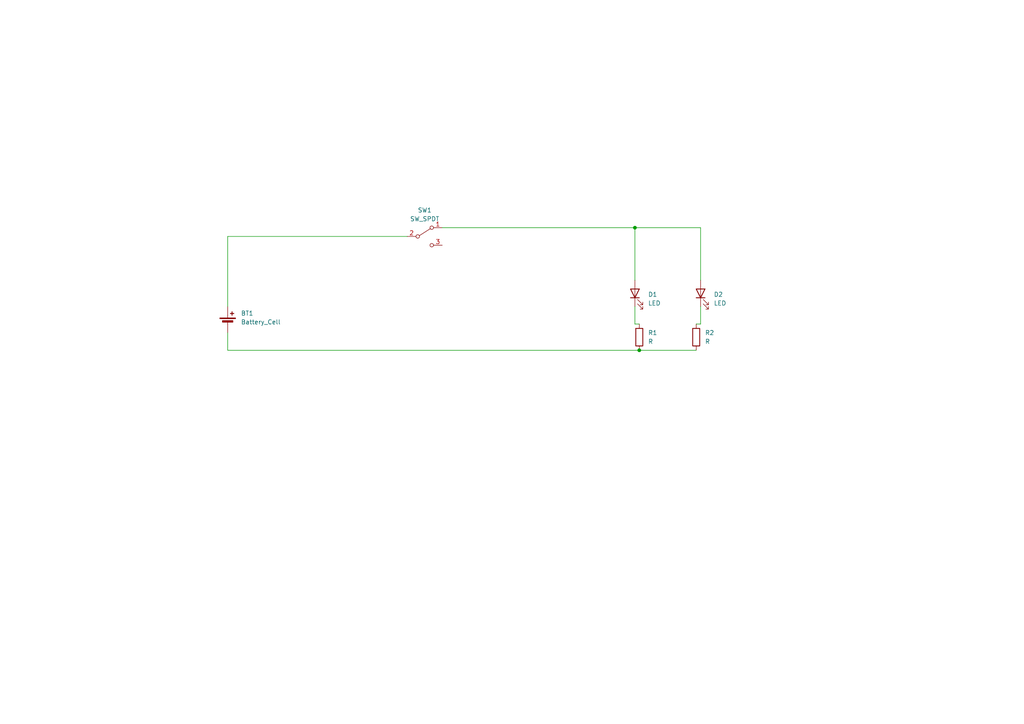
<source format=kicad_sch>
(kicad_sch (version 20230121) (generator eeschema)
  (paper "A4")
  (lib_symbols
    (symbol "Device:Battery_Cell" (pin_numbers hide) (pin_names (offset 0) hide)
      (property "Reference" "BT" (at 2.54 2.54 0))
      (property "Value" "Battery_Cell" (at 2.54 0 0))
      (symbol "Battery_Cell_0_1"
        (rectangle (start -2.286 1.778) (end 2.286 1.524) (fill (type outline)))
        (rectangle (start -1.524 1.016) (end 1.524 0.508) (fill (type outline)))
        (polyline (pts (xy 0 0.762) (xy 0 0)))
        (polyline (pts (xy 0 1.778) (xy 0 2.54)))
        (polyline (pts (xy 0.762 3.048) (xy 1.778 3.048)) (stroke (width 0.254)))
        (polyline (pts (xy 1.27 3.556) (xy 1.27 2.54)) (stroke (width 0.254)))
      )
      (symbol "Battery_Cell_1_1"
        (pin passive line (at 0 5.08 270) (length 2.54) (name "+") (number "1"))
        (pin passive line (at 0 -2.54 90) (length 2.54) (name "-") (number "2"))
      )
    )
    (symbol "Device:LED" (pin_numbers hide) (pin_names (offset 1.016) hide)
      (property "Reference" "D" (at 0 2.54 0))
      (property "Value" "LED" (at 0 -2.54 0))
      (symbol "LED_0_1"
        (polyline (pts (xy -1.27 -1.27) (xy -1.27 1.27)) (stroke (width 0.254)))
        (polyline (pts (xy -1.27 0) (xy 1.27 0)))
        (polyline (pts (xy 1.27 -1.27) (xy 1.27 1.27) (xy -1.27 0) (xy 1.27 -1.27)) (stroke (width 0.254)))
        (polyline (pts (xy -3.048 -0.762) (xy -4.572 -2.286) (xy -3.81 -2.286) (xy -4.572 -2.286) (xy -4.572 -1.524)))
        (polyline (pts (xy -1.778 -0.762) (xy -3.302 -2.286) (xy -2.54 -2.286) (xy -3.302 -2.286) (xy -3.302 -1.524)))
      )
      (symbol "LED_1_1"
        (pin passive line (at -3.81 0 0) (length 2.54) (name "K") (number "1"))
        (pin passive line (at 3.81 0 180) (length 2.54) (name "A") (number "2"))
      )
    )
    (symbol "Device:R" (pin_numbers hide) (pin_names (offset 0))
      (property "Reference" "R" (at 2.032 0 90))
      (property "Value" "R" (at 0 0 90))
      (symbol "R_0_1"
        (rectangle (start -1.016 -2.54) (end 1.016 2.54) (stroke (width 0.254)))
      )
      (symbol "R_1_1"
        (pin passive line (at 0 3.81 270) (length 1.27) (name "~") (number "1"))
        (pin passive line (at 0 -3.81 90) (length 1.27) (name "~") (number "2"))
      )
    )
    (symbol "Switch:SW_SPDT" (pin_names (offset 0) hide)
      (property "Reference" "SW" (at 0 4.318 0))
      (property "Value" "SW_SPDT" (at 0 -5.08 0))
      (symbol "SW_SPDT_0_0"
        (circle (center -2.032 0) (radius 0.508))
        (circle (center 2.032 -2.54) (radius 0.508))
      )
      (symbol "SW_SPDT_0_1"
        (polyline (pts (xy -1.524 0.254) (xy 1.651 2.286)))
        (circle (center 2.032 2.54) (radius 0.508))
      )
      (symbol "SW_SPDT_1_1"
        (pin passive line (at 5.08 2.54 180) (length 2.54) (name "A") (number "1"))
        (pin passive line (at -5.08 0 0) (length 2.54) (name "B") (number "2"))
        (pin passive line (at 5.08 -2.54 180) (length 2.54) (name "C") (number "3"))
      )
    )
  )
  (junction (at 184.15 66.04))
  (junction (at 185.42 101.6))
  (wire (pts (xy 184.15 66.04) (xy 203.2 66.04)))
  (wire (pts (xy 203.2 88.9) (xy 203.2 93.98)))
  (wire (pts (xy 203.2 66.04) (xy 203.2 81.28)))
  (wire (pts (xy 185.42 101.6) (xy 66.04 101.6)))
  (wire (pts (xy 128.27 66.04) (xy 184.15 66.04)))
  (wire (pts (xy 66.04 68.58) (xy 118.11 68.58)))
  (wire (pts (xy 184.15 88.9) (xy 184.15 93.98)))
  (wire (pts (xy 66.04 101.6) (xy 66.04 96.52)))
  (wire (pts (xy 184.15 93.98) (xy 185.42 93.98)))
  (wire (pts (xy 203.2 93.98) (xy 201.93 93.98)))
  (wire (pts (xy 185.42 101.6) (xy 201.93 101.6)))
  (wire (pts (xy 184.15 66.04) (xy 184.15 81.28)))
  (wire (pts (xy 66.04 88.9) (xy 66.04 68.58)))
  (symbol (lib_id "Switch:SW_SPDT") (at 123.19 68.58 0) (unit 1)
    (property "Reference" "SW1" (at 123.19 60.96 0))
    (property "Value" "SW_SPDT" (at 123.19 63.5 0))
    (property "Footprint" "Connector_PinSocket_2.54mm:PinSocket_1x03_P2.54mm_Vertical" (effects hide))
  )
  (symbol (lib_id "Device:R") (at 201.93 97.79 0) (unit 1)
    (property "Reference" "R2" (at 204.47 96.52 0) (effects (justify left)))
    (property "Value" "R" (at 204.47 99.06 0) (effects (justify left)))
    (property "Footprint" "Resistor_SMD:R_0805_2012Metric" (effects hide))
  )
  (symbol (lib_id "Device:R") (at 185.42 97.79 0) (unit 1)
    (property "Reference" "R1" (at 187.96 96.52 0) (effects (justify left)))
    (property "Value" "R" (at 187.96 99.06 0) (effects (justify left)))
    (property "Footprint" "Resistor_SMD:R_0805_2012Metric" (effects hide))
  )
  (symbol (lib_id "Device:Battery_Cell") (at 66.04 93.98 0) (unit 1)
    (property "Reference" "BT1" (at 69.85 90.8685 0) (effects (justify left)))
    (property "Value" "Battery_Cell" (at 69.85 93.4085 0) (effects (justify left)))
    (property "Footprint" "personal:cr2032" (effects hide))
  )
  (symbol (lib_id "Device:LED") (at 184.15 85.09 90) (unit 1)
    (property "Reference" "D1" (at 187.96 85.4075 90) (effects (justify right)))
    (property "Value" "LED" (at 187.96 87.9475 90) (effects (justify right)))
    (property "Footprint" "LED_THT:LED_D5.0mm" (effects hide))
  )
  (symbol (lib_id "Device:LED") (at 203.2 85.09 90) (unit 1)
    (property "Reference" "D2" (at 207.01 85.4075 90) (effects (justify right)))
    (property "Value" "LED" (at 207.01 87.9475 90) (effects (justify right)))
    (property "Footprint" "LED_THT:LED_D5.0mm" (effects hide))
  )
)
</source>
